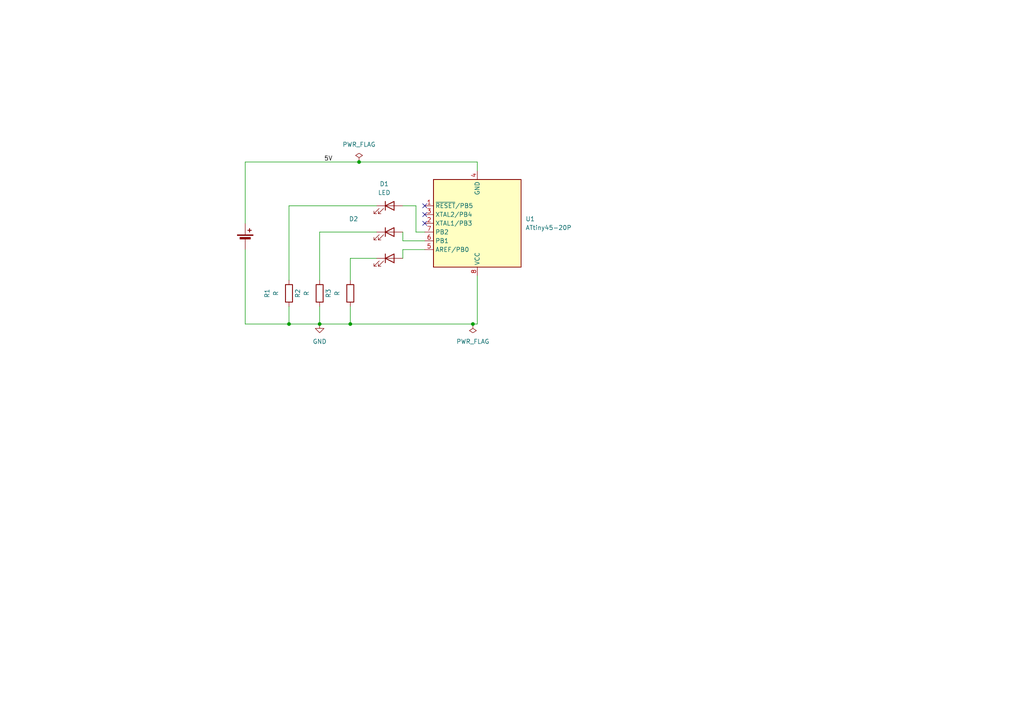
<source format=kicad_sch>
(kicad_sch
	(version 20250114)
	(generator "eeschema")
	(generator_version "9.0")
	(uuid "948a4f87-93ba-4063-957e-b3b19f310a59")
	(paper "A4")
	(lib_symbols
		(symbol "Device:Battery_Cell"
			(pin_numbers
				(hide yes)
			)
			(pin_names
				(offset 0)
				(hide yes)
			)
			(exclude_from_sim no)
			(in_bom yes)
			(on_board yes)
			(property "Reference" "BT"
				(at 2.54 2.54 0)
				(effects
					(font
						(size 1.27 1.27)
					)
					(justify left)
				)
			)
			(property "Value" "Battery_Cell"
				(at 2.54 0 0)
				(effects
					(font
						(size 1.27 1.27)
					)
					(justify left)
				)
			)
			(property "Footprint" ""
				(at 0 1.524 90)
				(effects
					(font
						(size 1.27 1.27)
					)
					(hide yes)
				)
			)
			(property "Datasheet" "~"
				(at 0 1.524 90)
				(effects
					(font
						(size 1.27 1.27)
					)
					(hide yes)
				)
			)
			(property "Description" "Single-cell battery"
				(at 0 0 0)
				(effects
					(font
						(size 1.27 1.27)
					)
					(hide yes)
				)
			)
			(property "ki_keywords" "battery cell"
				(at 0 0 0)
				(effects
					(font
						(size 1.27 1.27)
					)
					(hide yes)
				)
			)
			(symbol "Battery_Cell_0_1"
				(rectangle
					(start -2.286 1.778)
					(end 2.286 1.524)
					(stroke
						(width 0)
						(type default)
					)
					(fill
						(type outline)
					)
				)
				(rectangle
					(start -1.524 1.016)
					(end 1.524 0.508)
					(stroke
						(width 0)
						(type default)
					)
					(fill
						(type outline)
					)
				)
				(polyline
					(pts
						(xy 0 1.778) (xy 0 2.54)
					)
					(stroke
						(width 0)
						(type default)
					)
					(fill
						(type none)
					)
				)
				(polyline
					(pts
						(xy 0 0.762) (xy 0 0)
					)
					(stroke
						(width 0)
						(type default)
					)
					(fill
						(type none)
					)
				)
				(polyline
					(pts
						(xy 0.762 3.048) (xy 1.778 3.048)
					)
					(stroke
						(width 0.254)
						(type default)
					)
					(fill
						(type none)
					)
				)
				(polyline
					(pts
						(xy 1.27 3.556) (xy 1.27 2.54)
					)
					(stroke
						(width 0.254)
						(type default)
					)
					(fill
						(type none)
					)
				)
			)
			(symbol "Battery_Cell_1_1"
				(pin passive line
					(at 0 5.08 270)
					(length 2.54)
					(name "+"
						(effects
							(font
								(size 1.27 1.27)
							)
						)
					)
					(number "1"
						(effects
							(font
								(size 1.27 1.27)
							)
						)
					)
				)
				(pin passive line
					(at 0 -2.54 90)
					(length 2.54)
					(name "-"
						(effects
							(font
								(size 1.27 1.27)
							)
						)
					)
					(number "2"
						(effects
							(font
								(size 1.27 1.27)
							)
						)
					)
				)
			)
			(embedded_fonts no)
		)
		(symbol "Device:LED"
			(pin_numbers
				(hide yes)
			)
			(pin_names
				(offset 1.016)
				(hide yes)
			)
			(exclude_from_sim no)
			(in_bom yes)
			(on_board yes)
			(property "Reference" "D"
				(at 0 2.54 0)
				(effects
					(font
						(size 1.27 1.27)
					)
				)
			)
			(property "Value" "LED"
				(at 0 -2.54 0)
				(effects
					(font
						(size 1.27 1.27)
					)
				)
			)
			(property "Footprint" ""
				(at 0 0 0)
				(effects
					(font
						(size 1.27 1.27)
					)
					(hide yes)
				)
			)
			(property "Datasheet" "~"
				(at 0 0 0)
				(effects
					(font
						(size 1.27 1.27)
					)
					(hide yes)
				)
			)
			(property "Description" "Light emitting diode"
				(at 0 0 0)
				(effects
					(font
						(size 1.27 1.27)
					)
					(hide yes)
				)
			)
			(property "Sim.Pins" "1=K 2=A"
				(at 0 0 0)
				(effects
					(font
						(size 1.27 1.27)
					)
					(hide yes)
				)
			)
			(property "ki_keywords" "LED diode"
				(at 0 0 0)
				(effects
					(font
						(size 1.27 1.27)
					)
					(hide yes)
				)
			)
			(property "ki_fp_filters" "LED* LED_SMD:* LED_THT:*"
				(at 0 0 0)
				(effects
					(font
						(size 1.27 1.27)
					)
					(hide yes)
				)
			)
			(symbol "LED_0_1"
				(polyline
					(pts
						(xy -3.048 -0.762) (xy -4.572 -2.286) (xy -3.81 -2.286) (xy -4.572 -2.286) (xy -4.572 -1.524)
					)
					(stroke
						(width 0)
						(type default)
					)
					(fill
						(type none)
					)
				)
				(polyline
					(pts
						(xy -1.778 -0.762) (xy -3.302 -2.286) (xy -2.54 -2.286) (xy -3.302 -2.286) (xy -3.302 -1.524)
					)
					(stroke
						(width 0)
						(type default)
					)
					(fill
						(type none)
					)
				)
				(polyline
					(pts
						(xy -1.27 0) (xy 1.27 0)
					)
					(stroke
						(width 0)
						(type default)
					)
					(fill
						(type none)
					)
				)
				(polyline
					(pts
						(xy -1.27 -1.27) (xy -1.27 1.27)
					)
					(stroke
						(width 0.254)
						(type default)
					)
					(fill
						(type none)
					)
				)
				(polyline
					(pts
						(xy 1.27 -1.27) (xy 1.27 1.27) (xy -1.27 0) (xy 1.27 -1.27)
					)
					(stroke
						(width 0.254)
						(type default)
					)
					(fill
						(type none)
					)
				)
			)
			(symbol "LED_1_1"
				(pin passive line
					(at -3.81 0 0)
					(length 2.54)
					(name "K"
						(effects
							(font
								(size 1.27 1.27)
							)
						)
					)
					(number "1"
						(effects
							(font
								(size 1.27 1.27)
							)
						)
					)
				)
				(pin passive line
					(at 3.81 0 180)
					(length 2.54)
					(name "A"
						(effects
							(font
								(size 1.27 1.27)
							)
						)
					)
					(number "2"
						(effects
							(font
								(size 1.27 1.27)
							)
						)
					)
				)
			)
			(embedded_fonts no)
		)
		(symbol "Device:R"
			(pin_numbers
				(hide yes)
			)
			(pin_names
				(offset 0)
			)
			(exclude_from_sim no)
			(in_bom yes)
			(on_board yes)
			(property "Reference" "R"
				(at 2.032 0 90)
				(effects
					(font
						(size 1.27 1.27)
					)
				)
			)
			(property "Value" "R"
				(at 0 0 90)
				(effects
					(font
						(size 1.27 1.27)
					)
				)
			)
			(property "Footprint" ""
				(at -1.778 0 90)
				(effects
					(font
						(size 1.27 1.27)
					)
					(hide yes)
				)
			)
			(property "Datasheet" "~"
				(at 0 0 0)
				(effects
					(font
						(size 1.27 1.27)
					)
					(hide yes)
				)
			)
			(property "Description" "Resistor"
				(at 0 0 0)
				(effects
					(font
						(size 1.27 1.27)
					)
					(hide yes)
				)
			)
			(property "ki_keywords" "R res resistor"
				(at 0 0 0)
				(effects
					(font
						(size 1.27 1.27)
					)
					(hide yes)
				)
			)
			(property "ki_fp_filters" "R_*"
				(at 0 0 0)
				(effects
					(font
						(size 1.27 1.27)
					)
					(hide yes)
				)
			)
			(symbol "R_0_1"
				(rectangle
					(start -1.016 -2.54)
					(end 1.016 2.54)
					(stroke
						(width 0.254)
						(type default)
					)
					(fill
						(type none)
					)
				)
			)
			(symbol "R_1_1"
				(pin passive line
					(at 0 3.81 270)
					(length 1.27)
					(name "~"
						(effects
							(font
								(size 1.27 1.27)
							)
						)
					)
					(number "1"
						(effects
							(font
								(size 1.27 1.27)
							)
						)
					)
				)
				(pin passive line
					(at 0 -3.81 90)
					(length 1.27)
					(name "~"
						(effects
							(font
								(size 1.27 1.27)
							)
						)
					)
					(number "2"
						(effects
							(font
								(size 1.27 1.27)
							)
						)
					)
				)
			)
			(embedded_fonts no)
		)
		(symbol "MCU_Microchip_ATtiny:ATtiny45-20P"
			(exclude_from_sim no)
			(in_bom yes)
			(on_board yes)
			(property "Reference" "U"
				(at -12.7 13.97 0)
				(effects
					(font
						(size 1.27 1.27)
					)
					(justify left bottom)
				)
			)
			(property "Value" "ATtiny45-20P"
				(at 2.54 -13.97 0)
				(effects
					(font
						(size 1.27 1.27)
					)
					(justify left top)
				)
			)
			(property "Footprint" "Package_DIP:DIP-8_W7.62mm"
				(at 0 0 0)
				(effects
					(font
						(size 1.27 1.27)
						(italic yes)
					)
					(hide yes)
				)
			)
			(property "Datasheet" "http://ww1.microchip.com/downloads/en/DeviceDoc/atmel-2586-avr-8-bit-microcontroller-attiny25-attiny45-attiny85_datasheet.pdf"
				(at 0 0 0)
				(effects
					(font
						(size 1.27 1.27)
					)
					(hide yes)
				)
			)
			(property "Description" "20MHz, 4kB Flash, 256B SRAM, 256B EEPROM, debugWIRE, DIP-8"
				(at 0 0 0)
				(effects
					(font
						(size 1.27 1.27)
					)
					(hide yes)
				)
			)
			(property "ki_keywords" "AVR 8bit Microcontroller tinyAVR"
				(at 0 0 0)
				(effects
					(font
						(size 1.27 1.27)
					)
					(hide yes)
				)
			)
			(property "ki_fp_filters" "DIP*W7.62mm*"
				(at 0 0 0)
				(effects
					(font
						(size 1.27 1.27)
					)
					(hide yes)
				)
			)
			(symbol "ATtiny45-20P_0_1"
				(rectangle
					(start -12.7 -12.7)
					(end 12.7 12.7)
					(stroke
						(width 0.254)
						(type default)
					)
					(fill
						(type background)
					)
				)
			)
			(symbol "ATtiny45-20P_1_1"
				(pin power_in line
					(at 0 15.24 270)
					(length 2.54)
					(name "VCC"
						(effects
							(font
								(size 1.27 1.27)
							)
						)
					)
					(number "8"
						(effects
							(font
								(size 1.27 1.27)
							)
						)
					)
				)
				(pin power_in line
					(at 0 -15.24 90)
					(length 2.54)
					(name "GND"
						(effects
							(font
								(size 1.27 1.27)
							)
						)
					)
					(number "4"
						(effects
							(font
								(size 1.27 1.27)
							)
						)
					)
				)
				(pin bidirectional line
					(at 15.24 7.62 180)
					(length 2.54)
					(name "AREF/PB0"
						(effects
							(font
								(size 1.27 1.27)
							)
						)
					)
					(number "5"
						(effects
							(font
								(size 1.27 1.27)
							)
						)
					)
				)
				(pin bidirectional line
					(at 15.24 5.08 180)
					(length 2.54)
					(name "PB1"
						(effects
							(font
								(size 1.27 1.27)
							)
						)
					)
					(number "6"
						(effects
							(font
								(size 1.27 1.27)
							)
						)
					)
				)
				(pin bidirectional line
					(at 15.24 2.54 180)
					(length 2.54)
					(name "PB2"
						(effects
							(font
								(size 1.27 1.27)
							)
						)
					)
					(number "7"
						(effects
							(font
								(size 1.27 1.27)
							)
						)
					)
				)
				(pin bidirectional line
					(at 15.24 0 180)
					(length 2.54)
					(name "XTAL1/PB3"
						(effects
							(font
								(size 1.27 1.27)
							)
						)
					)
					(number "2"
						(effects
							(font
								(size 1.27 1.27)
							)
						)
					)
				)
				(pin bidirectional line
					(at 15.24 -2.54 180)
					(length 2.54)
					(name "XTAL2/PB4"
						(effects
							(font
								(size 1.27 1.27)
							)
						)
					)
					(number "3"
						(effects
							(font
								(size 1.27 1.27)
							)
						)
					)
				)
				(pin bidirectional line
					(at 15.24 -5.08 180)
					(length 2.54)
					(name "~{RESET}/PB5"
						(effects
							(font
								(size 1.27 1.27)
							)
						)
					)
					(number "1"
						(effects
							(font
								(size 1.27 1.27)
							)
						)
					)
				)
			)
			(embedded_fonts no)
		)
		(symbol "power:GND"
			(power)
			(pin_numbers
				(hide yes)
			)
			(pin_names
				(offset 0)
				(hide yes)
			)
			(exclude_from_sim no)
			(in_bom yes)
			(on_board yes)
			(property "Reference" "#PWR"
				(at 0 -6.35 0)
				(effects
					(font
						(size 1.27 1.27)
					)
					(hide yes)
				)
			)
			(property "Value" "GND"
				(at 0 -3.81 0)
				(effects
					(font
						(size 1.27 1.27)
					)
				)
			)
			(property "Footprint" ""
				(at 0 0 0)
				(effects
					(font
						(size 1.27 1.27)
					)
					(hide yes)
				)
			)
			(property "Datasheet" ""
				(at 0 0 0)
				(effects
					(font
						(size 1.27 1.27)
					)
					(hide yes)
				)
			)
			(property "Description" "Power symbol creates a global label with name \"GND\" , ground"
				(at 0 0 0)
				(effects
					(font
						(size 1.27 1.27)
					)
					(hide yes)
				)
			)
			(property "ki_keywords" "global power"
				(at 0 0 0)
				(effects
					(font
						(size 1.27 1.27)
					)
					(hide yes)
				)
			)
			(symbol "GND_0_1"
				(polyline
					(pts
						(xy 0 0) (xy 0 -1.27) (xy 1.27 -1.27) (xy 0 -2.54) (xy -1.27 -1.27) (xy 0 -1.27)
					)
					(stroke
						(width 0)
						(type default)
					)
					(fill
						(type none)
					)
				)
			)
			(symbol "GND_1_1"
				(pin power_in line
					(at 0 0 270)
					(length 0)
					(name "~"
						(effects
							(font
								(size 1.27 1.27)
							)
						)
					)
					(number "1"
						(effects
							(font
								(size 1.27 1.27)
							)
						)
					)
				)
			)
			(embedded_fonts no)
		)
		(symbol "power:PWR_FLAG"
			(power)
			(pin_numbers
				(hide yes)
			)
			(pin_names
				(offset 0)
				(hide yes)
			)
			(exclude_from_sim no)
			(in_bom yes)
			(on_board yes)
			(property "Reference" "#FLG"
				(at 0 1.905 0)
				(effects
					(font
						(size 1.27 1.27)
					)
					(hide yes)
				)
			)
			(property "Value" "PWR_FLAG"
				(at 0 3.81 0)
				(effects
					(font
						(size 1.27 1.27)
					)
				)
			)
			(property "Footprint" ""
				(at 0 0 0)
				(effects
					(font
						(size 1.27 1.27)
					)
					(hide yes)
				)
			)
			(property "Datasheet" "~"
				(at 0 0 0)
				(effects
					(font
						(size 1.27 1.27)
					)
					(hide yes)
				)
			)
			(property "Description" "Special symbol for telling ERC where power comes from"
				(at 0 0 0)
				(effects
					(font
						(size 1.27 1.27)
					)
					(hide yes)
				)
			)
			(property "ki_keywords" "flag power"
				(at 0 0 0)
				(effects
					(font
						(size 1.27 1.27)
					)
					(hide yes)
				)
			)
			(symbol "PWR_FLAG_0_0"
				(pin power_out line
					(at 0 0 90)
					(length 0)
					(name "~"
						(effects
							(font
								(size 1.27 1.27)
							)
						)
					)
					(number "1"
						(effects
							(font
								(size 1.27 1.27)
							)
						)
					)
				)
			)
			(symbol "PWR_FLAG_0_1"
				(polyline
					(pts
						(xy 0 0) (xy 0 1.27) (xy -1.016 1.905) (xy 0 2.54) (xy 1.016 1.905) (xy 0 1.27)
					)
					(stroke
						(width 0)
						(type default)
					)
					(fill
						(type none)
					)
				)
			)
			(embedded_fonts no)
		)
	)
	(junction
		(at 83.82 93.98)
		(diameter 0)
		(color 0 0 0 0)
		(uuid "0299eea7-eeac-42a3-99b8-d61d3d7b4e90")
	)
	(junction
		(at 104.14 46.99)
		(diameter 0)
		(color 0 0 0 0)
		(uuid "39250470-34c6-4e1b-8988-b3b4b659227b")
	)
	(junction
		(at 101.6 93.98)
		(diameter 0)
		(color 0 0 0 0)
		(uuid "74329171-3580-4d1b-822c-cc3a129102a4")
	)
	(junction
		(at 137.16 93.98)
		(diameter 0)
		(color 0 0 0 0)
		(uuid "7e2f3777-8845-4f9d-8420-fa5259ba3984")
	)
	(junction
		(at 92.71 93.98)
		(diameter 0)
		(color 0 0 0 0)
		(uuid "7f285465-1f74-473a-b0dc-dea850b66c68")
	)
	(no_connect
		(at 123.19 62.23)
		(uuid "28265fd4-d249-453e-99bf-64ec945e30c2")
	)
	(no_connect
		(at 123.19 59.69)
		(uuid "93af01d5-1a72-43bd-b8ad-1f4775db2060")
	)
	(no_connect
		(at 123.19 64.77)
		(uuid "c1c78d2a-d663-4abf-8a54-fc5f02cbdce9")
	)
	(wire
		(pts
			(xy 109.22 59.69) (xy 83.82 59.69)
		)
		(stroke
			(width 0)
			(type default)
		)
		(uuid "00ca9c89-be57-4ad4-a2ef-958c808467bb")
	)
	(wire
		(pts
			(xy 104.14 46.99) (xy 138.43 46.99)
		)
		(stroke
			(width 0)
			(type default)
		)
		(uuid "086f7a67-8ad2-4a2b-98bf-615a0f89202d")
	)
	(wire
		(pts
			(xy 92.71 88.9) (xy 92.71 93.98)
		)
		(stroke
			(width 0)
			(type default)
		)
		(uuid "15d8a2f6-de20-43dc-ad60-b0c3daeaac15")
	)
	(wire
		(pts
			(xy 71.12 93.98) (xy 71.12 72.39)
		)
		(stroke
			(width 0)
			(type default)
		)
		(uuid "1f665724-d895-4bcb-b8de-a8d23aebc2f4")
	)
	(wire
		(pts
			(xy 116.84 72.39) (xy 116.84 74.93)
		)
		(stroke
			(width 0)
			(type default)
		)
		(uuid "21f41028-fe1c-4c50-a2f4-79dcd674dd37")
	)
	(wire
		(pts
			(xy 120.65 67.31) (xy 120.65 59.69)
		)
		(stroke
			(width 0)
			(type default)
		)
		(uuid "2c862871-a2ed-4d63-921a-5f40a1339c47")
	)
	(wire
		(pts
			(xy 83.82 88.9) (xy 83.82 93.98)
		)
		(stroke
			(width 0)
			(type default)
		)
		(uuid "3dff47e0-a5b9-48ae-a89f-a119051ac17c")
	)
	(wire
		(pts
			(xy 123.19 67.31) (xy 120.65 67.31)
		)
		(stroke
			(width 0)
			(type default)
		)
		(uuid "405ac316-858a-4992-8e9b-f4b737d8fe77")
	)
	(wire
		(pts
			(xy 83.82 59.69) (xy 83.82 81.28)
		)
		(stroke
			(width 0)
			(type default)
		)
		(uuid "43f2c370-734a-4d6d-ba74-d3ce162cfb87")
	)
	(wire
		(pts
			(xy 92.71 93.98) (xy 101.6 93.98)
		)
		(stroke
			(width 0)
			(type default)
		)
		(uuid "4d570a3f-d2a6-4bfb-8104-051bf862f67c")
	)
	(wire
		(pts
			(xy 138.43 46.99) (xy 138.43 49.53)
		)
		(stroke
			(width 0)
			(type default)
		)
		(uuid "563b8798-b45b-4fe6-85f3-e6ee27476a0f")
	)
	(wire
		(pts
			(xy 123.19 69.85) (xy 116.84 69.85)
		)
		(stroke
			(width 0)
			(type default)
		)
		(uuid "56c08241-51c2-494a-a293-d11d5fcb6840")
	)
	(wire
		(pts
			(xy 109.22 67.31) (xy 92.71 67.31)
		)
		(stroke
			(width 0)
			(type default)
		)
		(uuid "6ab86ba0-dd2c-402d-ab85-530340d6fd86")
	)
	(wire
		(pts
			(xy 71.12 46.99) (xy 104.14 46.99)
		)
		(stroke
			(width 0)
			(type default)
		)
		(uuid "79dfef76-8683-495d-a944-f76185335817")
	)
	(wire
		(pts
			(xy 101.6 93.98) (xy 137.16 93.98)
		)
		(stroke
			(width 0)
			(type default)
		)
		(uuid "7a4567e2-f45e-430c-aa25-71c9c9b5354a")
	)
	(wire
		(pts
			(xy 101.6 81.28) (xy 101.6 74.93)
		)
		(stroke
			(width 0)
			(type default)
		)
		(uuid "8228f7e2-d8f2-4030-a4ea-64b812907217")
	)
	(wire
		(pts
			(xy 101.6 88.9) (xy 101.6 93.98)
		)
		(stroke
			(width 0)
			(type default)
		)
		(uuid "89ff2a28-c960-448d-a92a-7244abc042d9")
	)
	(wire
		(pts
			(xy 123.19 72.39) (xy 116.84 72.39)
		)
		(stroke
			(width 0)
			(type default)
		)
		(uuid "93c29690-0801-4362-8292-38fff4fe9e11")
	)
	(wire
		(pts
			(xy 137.16 93.98) (xy 138.43 93.98)
		)
		(stroke
			(width 0)
			(type default)
		)
		(uuid "a0e1e6d2-41e1-49ca-ae26-f6bacb2a26e1")
	)
	(wire
		(pts
			(xy 71.12 64.77) (xy 71.12 46.99)
		)
		(stroke
			(width 0)
			(type default)
		)
		(uuid "a6e498de-2e7f-4527-a7e6-186a6a55c37c")
	)
	(wire
		(pts
			(xy 83.82 93.98) (xy 92.71 93.98)
		)
		(stroke
			(width 0)
			(type default)
		)
		(uuid "a8081ee3-38d2-474b-8ca1-4c402db837e6")
	)
	(wire
		(pts
			(xy 120.65 59.69) (xy 116.84 59.69)
		)
		(stroke
			(width 0)
			(type default)
		)
		(uuid "ae130b6e-14ad-419d-bfba-1f2bc0af48ab")
	)
	(wire
		(pts
			(xy 71.12 93.98) (xy 83.82 93.98)
		)
		(stroke
			(width 0)
			(type default)
		)
		(uuid "af26a5f0-36da-456c-bc66-62b28ba1e077")
	)
	(wire
		(pts
			(xy 92.71 67.31) (xy 92.71 81.28)
		)
		(stroke
			(width 0)
			(type default)
		)
		(uuid "bc1cea00-f5c5-413b-b750-5cc1c87acc51")
	)
	(wire
		(pts
			(xy 101.6 74.93) (xy 109.22 74.93)
		)
		(stroke
			(width 0)
			(type default)
		)
		(uuid "d9666cbe-9c70-409c-80d9-054d2a4b0a62")
	)
	(wire
		(pts
			(xy 116.84 67.31) (xy 116.84 69.85)
		)
		(stroke
			(width 0)
			(type default)
		)
		(uuid "dc643937-6be9-430d-aa67-7fc10f406e91")
	)
	(wire
		(pts
			(xy 138.43 80.01) (xy 138.43 93.98)
		)
		(stroke
			(width 0)
			(type default)
		)
		(uuid "f955fd80-cc45-4052-8630-33ce7770cb38")
	)
	(label "5V"
		(at 93.98 46.99 0)
		(effects
			(font
				(size 1.27 1.27)
			)
			(justify left bottom)
		)
		(uuid "6806899c-63b8-4417-875b-669861733eee")
	)
	(symbol
		(lib_id "Device:R")
		(at 83.82 85.09 0)
		(unit 1)
		(exclude_from_sim no)
		(in_bom yes)
		(on_board yes)
		(dnp no)
		(fields_autoplaced yes)
		(uuid "1ec96753-2f26-42ba-8246-46db9507ec67")
		(property "Reference" "R1"
			(at 77.47 85.09 90)
			(effects
				(font
					(size 1.27 1.27)
				)
			)
		)
		(property "Value" "R"
			(at 80.01 85.09 90)
			(effects
				(font
					(size 1.27 1.27)
				)
			)
		)
		(property "Footprint" "Resistor_THT:R_Axial_DIN0204_L3.6mm_D1.6mm_P2.54mm_Vertical"
			(at 82.042 85.09 90)
			(effects
				(font
					(size 1.27 1.27)
				)
				(hide yes)
			)
		)
		(property "Datasheet" "~"
			(at 83.82 85.09 0)
			(effects
				(font
					(size 1.27 1.27)
				)
				(hide yes)
			)
		)
		(property "Description" "Resistor"
			(at 83.82 85.09 0)
			(effects
				(font
					(size 1.27 1.27)
				)
				(hide yes)
			)
		)
		(pin "1"
			(uuid "b11ca1da-0ed1-4cb6-af8b-3e2be6e09b6b")
		)
		(pin "2"
			(uuid "88ae48cb-e5e0-40a1-b0ec-248d42850bbd")
		)
		(instances
			(project ""
				(path "/948a4f87-93ba-4063-957e-b3b19f310a59"
					(reference "R1")
					(unit 1)
				)
			)
		)
	)
	(symbol
		(lib_id "power:GND")
		(at 92.71 93.98 0)
		(unit 1)
		(exclude_from_sim no)
		(in_bom yes)
		(on_board yes)
		(dnp no)
		(fields_autoplaced yes)
		(uuid "467ec57b-0f3f-464b-bfa2-2297a386b532")
		(property "Reference" "#PWR01"
			(at 92.71 100.33 0)
			(effects
				(font
					(size 1.27 1.27)
				)
				(hide yes)
			)
		)
		(property "Value" "GND"
			(at 92.71 99.06 0)
			(effects
				(font
					(size 1.27 1.27)
				)
			)
		)
		(property "Footprint" ""
			(at 92.71 93.98 0)
			(effects
				(font
					(size 1.27 1.27)
				)
				(hide yes)
			)
		)
		(property "Datasheet" ""
			(at 92.71 93.98 0)
			(effects
				(font
					(size 1.27 1.27)
				)
				(hide yes)
			)
		)
		(property "Description" "Power symbol creates a global label with name \"GND\" , ground"
			(at 92.71 93.98 0)
			(effects
				(font
					(size 1.27 1.27)
				)
				(hide yes)
			)
		)
		(pin "1"
			(uuid "0b187f91-6aee-48bd-bdde-a7d49364ae5d")
		)
		(instances
			(project ""
				(path "/948a4f87-93ba-4063-957e-b3b19f310a59"
					(reference "#PWR01")
					(unit 1)
				)
			)
		)
	)
	(symbol
		(lib_id "Device:LED")
		(at 113.03 67.31 0)
		(unit 1)
		(exclude_from_sim no)
		(in_bom yes)
		(on_board yes)
		(dnp no)
		(uuid "6e0b4399-42d4-4fbd-a976-679bc777e4f3")
		(property "Reference" "D2"
			(at 102.5525 63.5 0)
			(effects
				(font
					(size 1.27 1.27)
				)
			)
		)
		(property "Value" "LED"
			(at 111.4425 63.5 0)
			(effects
				(font
					(size 1.27 1.27)
				)
				(hide yes)
			)
		)
		(property "Footprint" "LED_THT:LED_D3.0mm"
			(at 113.03 67.31 0)
			(effects
				(font
					(size 1.27 1.27)
				)
				(hide yes)
			)
		)
		(property "Datasheet" "~"
			(at 113.03 67.31 0)
			(effects
				(font
					(size 1.27 1.27)
				)
				(hide yes)
			)
		)
		(property "Description" "Light emitting diode"
			(at 113.03 67.31 0)
			(effects
				(font
					(size 1.27 1.27)
				)
				(hide yes)
			)
		)
		(property "Sim.Pins" "1=K 2=A"
			(at 113.03 67.31 0)
			(effects
				(font
					(size 1.27 1.27)
				)
				(hide yes)
			)
		)
		(pin "2"
			(uuid "44b2dbb6-e985-436b-8183-08d175190286")
		)
		(pin "1"
			(uuid "7f8c4923-24a6-4ff2-b154-b3a610ee7a59")
		)
		(instances
			(project ""
				(path "/948a4f87-93ba-4063-957e-b3b19f310a59"
					(reference "D2")
					(unit 1)
				)
			)
		)
	)
	(symbol
		(lib_id "Device:LED")
		(at 113.03 74.93 0)
		(unit 1)
		(exclude_from_sim no)
		(in_bom yes)
		(on_board yes)
		(dnp no)
		(uuid "aa615b1a-6e68-49d8-a673-392b422ad1e4")
		(property "Reference" "D3"
			(at 112.7125 68.58 0)
			(effects
				(font
					(size 1.27 1.27)
				)
				(hide yes)
			)
		)
		(property "Value" "LED"
			(at 112.7125 71.12 0)
			(effects
				(font
					(size 1.27 1.27)
				)
				(hide yes)
			)
		)
		(property "Footprint" "LED_THT:LED_D3.0mm"
			(at 113.03 74.93 0)
			(effects
				(font
					(size 1.27 1.27)
				)
				(hide yes)
			)
		)
		(property "Datasheet" "~"
			(at 113.03 74.93 0)
			(effects
				(font
					(size 1.27 1.27)
				)
				(hide yes)
			)
		)
		(property "Description" "Light emitting diode"
			(at 113.03 74.93 0)
			(effects
				(font
					(size 1.27 1.27)
				)
				(hide yes)
			)
		)
		(property "Sim.Pins" "1=K 2=A"
			(at 113.03 74.93 0)
			(effects
				(font
					(size 1.27 1.27)
				)
				(hide yes)
			)
		)
		(pin "1"
			(uuid "adbe90e9-ddf9-420e-8628-b4a398e53cae")
		)
		(pin "2"
			(uuid "5f096214-dada-4bbe-b69d-648dfadbdad0")
		)
		(instances
			(project ""
				(path "/948a4f87-93ba-4063-957e-b3b19f310a59"
					(reference "D3")
					(unit 1)
				)
			)
		)
	)
	(symbol
		(lib_id "Device:R")
		(at 101.6 85.09 180)
		(unit 1)
		(exclude_from_sim no)
		(in_bom yes)
		(on_board yes)
		(dnp no)
		(fields_autoplaced yes)
		(uuid "b2652bec-7809-4cd3-9576-85ca3220d0ca")
		(property "Reference" "R3"
			(at 95.25 85.09 90)
			(effects
				(font
					(size 1.27 1.27)
				)
			)
		)
		(property "Value" "R"
			(at 97.79 85.09 90)
			(effects
				(font
					(size 1.27 1.27)
				)
			)
		)
		(property "Footprint" "Resistor_THT:R_Axial_DIN0204_L3.6mm_D1.6mm_P2.54mm_Vertical"
			(at 103.378 85.09 90)
			(effects
				(font
					(size 1.27 1.27)
				)
				(hide yes)
			)
		)
		(property "Datasheet" "~"
			(at 101.6 85.09 0)
			(effects
				(font
					(size 1.27 1.27)
				)
				(hide yes)
			)
		)
		(property "Description" "Resistor"
			(at 101.6 85.09 0)
			(effects
				(font
					(size 1.27 1.27)
				)
				(hide yes)
			)
		)
		(pin "1"
			(uuid "988a7854-7d2f-4cf7-81ef-7386023ac0ac")
		)
		(pin "2"
			(uuid "33d1688f-2ee9-48c4-9dd7-1624c4870d37")
		)
		(instances
			(project ""
				(path "/948a4f87-93ba-4063-957e-b3b19f310a59"
					(reference "R3")
					(unit 1)
				)
			)
		)
	)
	(symbol
		(lib_id "Device:R")
		(at 92.71 85.09 180)
		(unit 1)
		(exclude_from_sim no)
		(in_bom yes)
		(on_board yes)
		(dnp no)
		(fields_autoplaced yes)
		(uuid "b74b4f38-5fbb-48c9-a488-42220ce82aab")
		(property "Reference" "R2"
			(at 86.36 85.09 90)
			(effects
				(font
					(size 1.27 1.27)
				)
			)
		)
		(property "Value" "R"
			(at 88.9 85.09 90)
			(effects
				(font
					(size 1.27 1.27)
				)
			)
		)
		(property "Footprint" "Resistor_THT:R_Axial_DIN0204_L3.6mm_D1.6mm_P2.54mm_Vertical"
			(at 94.488 85.09 90)
			(effects
				(font
					(size 1.27 1.27)
				)
				(hide yes)
			)
		)
		(property "Datasheet" "~"
			(at 92.71 85.09 0)
			(effects
				(font
					(size 1.27 1.27)
				)
				(hide yes)
			)
		)
		(property "Description" "Resistor"
			(at 92.71 85.09 0)
			(effects
				(font
					(size 1.27 1.27)
				)
				(hide yes)
			)
		)
		(pin "2"
			(uuid "6572a586-2daf-406e-aac4-4874fe24a861")
		)
		(pin "1"
			(uuid "6dc954f8-e9a9-44d1-a94d-cd37b65a4499")
		)
		(instances
			(project ""
				(path "/948a4f87-93ba-4063-957e-b3b19f310a59"
					(reference "R2")
					(unit 1)
				)
			)
		)
	)
	(symbol
		(lib_id "power:PWR_FLAG")
		(at 137.16 93.98 180)
		(unit 1)
		(exclude_from_sim no)
		(in_bom yes)
		(on_board yes)
		(dnp no)
		(fields_autoplaced yes)
		(uuid "c0f10cb8-de8e-4df9-8559-00edf14d5a9b")
		(property "Reference" "#FLG02"
			(at 137.16 95.885 0)
			(effects
				(font
					(size 1.27 1.27)
				)
				(hide yes)
			)
		)
		(property "Value" "PWR_FLAG"
			(at 137.16 99.06 0)
			(effects
				(font
					(size 1.27 1.27)
				)
			)
		)
		(property "Footprint" ""
			(at 137.16 93.98 0)
			(effects
				(font
					(size 1.27 1.27)
				)
				(hide yes)
			)
		)
		(property "Datasheet" "~"
			(at 137.16 93.98 0)
			(effects
				(font
					(size 1.27 1.27)
				)
				(hide yes)
			)
		)
		(property "Description" "Special symbol for telling ERC where power comes from"
			(at 137.16 93.98 0)
			(effects
				(font
					(size 1.27 1.27)
				)
				(hide yes)
			)
		)
		(pin "1"
			(uuid "8af6520c-c27b-4c18-824b-9abf86cd1c5a")
		)
		(instances
			(project ""
				(path "/948a4f87-93ba-4063-957e-b3b19f310a59"
					(reference "#FLG02")
					(unit 1)
				)
			)
		)
	)
	(symbol
		(lib_id "power:PWR_FLAG")
		(at 104.14 46.99 0)
		(unit 1)
		(exclude_from_sim no)
		(in_bom yes)
		(on_board yes)
		(dnp no)
		(fields_autoplaced yes)
		(uuid "d67a6d7f-0cd0-4d81-883b-ad34ff889a34")
		(property "Reference" "#FLG01"
			(at 104.14 45.085 0)
			(effects
				(font
					(size 1.27 1.27)
				)
				(hide yes)
			)
		)
		(property "Value" "PWR_FLAG"
			(at 104.14 41.91 0)
			(effects
				(font
					(size 1.27 1.27)
				)
			)
		)
		(property "Footprint" ""
			(at 104.14 46.99 0)
			(effects
				(font
					(size 1.27 1.27)
				)
				(hide yes)
			)
		)
		(property "Datasheet" "~"
			(at 104.14 46.99 0)
			(effects
				(font
					(size 1.27 1.27)
				)
				(hide yes)
			)
		)
		(property "Description" "Special symbol for telling ERC where power comes from"
			(at 104.14 46.99 0)
			(effects
				(font
					(size 1.27 1.27)
				)
				(hide yes)
			)
		)
		(pin "1"
			(uuid "3b4eccbe-32c1-42db-a05f-0b1a4975d48b")
		)
		(instances
			(project ""
				(path "/948a4f87-93ba-4063-957e-b3b19f310a59"
					(reference "#FLG01")
					(unit 1)
				)
			)
		)
	)
	(symbol
		(lib_id "Device:Battery_Cell")
		(at 71.12 69.85 0)
		(unit 1)
		(exclude_from_sim no)
		(in_bom yes)
		(on_board yes)
		(dnp no)
		(uuid "da64baf5-1f1e-441e-852d-cfe843973a6d")
		(property "Reference" "BT1"
			(at 74.93 66.7384 0)
			(effects
				(font
					(size 1.27 1.27)
				)
				(justify left)
				(hide yes)
			)
		)
		(property "Value" "Battery_Cell"
			(at 74.93 69.2784 0)
			(effects
				(font
					(size 1.27 1.27)
				)
				(justify left)
				(hide yes)
			)
		)
		(property "Footprint" "Battery:BatteryHolder_Keystone_1060_1x2032"
			(at 71.12 68.326 90)
			(effects
				(font
					(size 1.27 1.27)
				)
				(hide yes)
			)
		)
		(property "Datasheet" "~"
			(at 71.12 68.326 90)
			(effects
				(font
					(size 1.27 1.27)
				)
				(hide yes)
			)
		)
		(property "Description" "Single-cell battery"
			(at 71.12 69.85 0)
			(effects
				(font
					(size 1.27 1.27)
				)
				(hide yes)
			)
		)
		(pin "1"
			(uuid "9bd3b111-dafd-4a04-b2c4-47c06946262b")
		)
		(pin "2"
			(uuid "60a6551d-9852-4b71-a37d-9df2c50551b3")
		)
		(instances
			(project ""
				(path "/948a4f87-93ba-4063-957e-b3b19f310a59"
					(reference "BT1")
					(unit 1)
				)
			)
		)
	)
	(symbol
		(lib_id "Device:LED")
		(at 113.03 59.69 0)
		(unit 1)
		(exclude_from_sim no)
		(in_bom yes)
		(on_board yes)
		(dnp no)
		(fields_autoplaced yes)
		(uuid "f0984747-11ae-4a50-9b5d-b7cecceaa17c")
		(property "Reference" "D1"
			(at 111.4425 53.34 0)
			(effects
				(font
					(size 1.27 1.27)
				)
			)
		)
		(property "Value" "LED"
			(at 111.4425 55.88 0)
			(effects
				(font
					(size 1.27 1.27)
				)
			)
		)
		(property "Footprint" "LED_THT:LED_D3.0mm"
			(at 113.03 59.69 0)
			(effects
				(font
					(size 1.27 1.27)
				)
				(hide yes)
			)
		)
		(property "Datasheet" "~"
			(at 113.03 59.69 0)
			(effects
				(font
					(size 1.27 1.27)
				)
				(hide yes)
			)
		)
		(property "Description" "Light emitting diode"
			(at 113.03 59.69 0)
			(effects
				(font
					(size 1.27 1.27)
				)
				(hide yes)
			)
		)
		(property "Sim.Pins" "1=K 2=A"
			(at 113.03 59.69 0)
			(effects
				(font
					(size 1.27 1.27)
				)
				(hide yes)
			)
		)
		(pin "2"
			(uuid "64d11519-3744-4da8-b970-ea4bfc53ffd5")
		)
		(pin "1"
			(uuid "1e42d597-8013-4c64-9328-231d0ec7e8b9")
		)
		(instances
			(project ""
				(path "/948a4f87-93ba-4063-957e-b3b19f310a59"
					(reference "D1")
					(unit 1)
				)
			)
		)
	)
	(symbol
		(lib_id "MCU_Microchip_ATtiny:ATtiny45-20P")
		(at 138.43 64.77 180)
		(unit 1)
		(exclude_from_sim no)
		(in_bom yes)
		(on_board yes)
		(dnp no)
		(fields_autoplaced yes)
		(uuid "ff99ef43-1330-425f-bd25-f6a6be28ed7f")
		(property "Reference" "U1"
			(at 152.4 63.4999 0)
			(effects
				(font
					(size 1.27 1.27)
				)
				(justify right)
			)
		)
		(property "Value" "ATtiny45-20P"
			(at 152.4 66.0399 0)
			(effects
				(font
					(size 1.27 1.27)
				)
				(justify right)
			)
		)
		(property "Footprint" "Package_DIP:DIP-8_W7.62mm"
			(at 138.43 64.77 0)
			(effects
				(font
					(size 1.27 1.27)
					(italic yes)
				)
				(hide yes)
			)
		)
		(property "Datasheet" "http://ww1.microchip.com/downloads/en/DeviceDoc/atmel-2586-avr-8-bit-microcontroller-attiny25-attiny45-attiny85_datasheet.pdf"
			(at 138.43 64.77 0)
			(effects
				(font
					(size 1.27 1.27)
				)
				(hide yes)
			)
		)
		(property "Description" "20MHz, 4kB Flash, 256B SRAM, 256B EEPROM, debugWIRE, DIP-8"
			(at 138.43 64.77 0)
			(effects
				(font
					(size 1.27 1.27)
				)
				(hide yes)
			)
		)
		(pin "6"
			(uuid "de9a7f7e-f049-4c2b-bb1a-e94555b46f45")
		)
		(pin "2"
			(uuid "9382b793-b0bd-4554-9cfe-d6c1d42ca4df")
		)
		(pin "5"
			(uuid "105a546e-268a-41bf-9cfd-f8f0b184a12f")
		)
		(pin "3"
			(uuid "b76458da-3df1-445f-9844-e7c8cc09b5bc")
		)
		(pin "4"
			(uuid "26c39372-804e-4e87-95ff-9241faf05f16")
		)
		(pin "7"
			(uuid "1fc11252-c0be-47c6-b76b-e0fe02a2229a")
		)
		(pin "8"
			(uuid "57b352c8-f1a9-4bb1-b4dd-f51eb1f17c38")
		)
		(pin "1"
			(uuid "640c912f-5d27-4dda-85da-96270ac118c3")
		)
		(instances
			(project ""
				(path "/948a4f87-93ba-4063-957e-b3b19f310a59"
					(reference "U1")
					(unit 1)
				)
			)
		)
	)
	(sheet_instances
		(path "/"
			(page "1")
		)
	)
	(embedded_fonts no)
)

</source>
